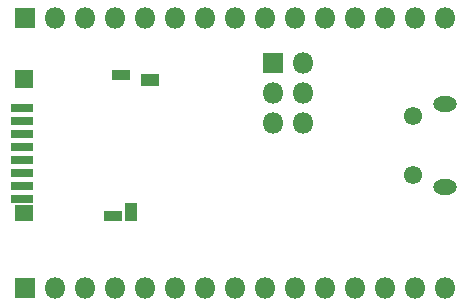
<source format=gbr>
%TF.GenerationSoftware,KiCad,Pcbnew,5.1.6+dfsg1-1*%
%TF.CreationDate,2020-06-20T18:18:21+08:00*%
%TF.ProjectId,stm32dev,73746d33-3264-4657-962e-6b696361645f,a*%
%TF.SameCoordinates,Original*%
%TF.FileFunction,Soldermask,Bot*%
%TF.FilePolarity,Negative*%
%FSLAX46Y46*%
G04 Gerber Fmt 4.6, Leading zero omitted, Abs format (unit mm)*
G04 Created by KiCad (PCBNEW 5.1.6+dfsg1-1) date 2020-06-20 18:18:21*
%MOMM*%
%LPD*%
G01*
G04 APERTURE LIST*
%ADD10O,1.800000X1.800000*%
%ADD11R,1.800000X1.800000*%
%ADD12R,1.650000X1.100000*%
%ADD13R,1.600000X1.600000*%
%ADD14R,1.850000X0.800000*%
%ADD15R,1.500000X0.900000*%
%ADD16R,1.100000X1.550000*%
%ADD17R,1.600000X0.900000*%
%ADD18R,1.600000X1.400000*%
%ADD19O,2.000000X1.300000*%
%ADD20C,1.550000*%
G04 APERTURE END LIST*
D10*
%TO.C,J5*%
X160655000Y-95250000D03*
X158115000Y-95250000D03*
X160655000Y-92710000D03*
X158115000Y-92710000D03*
X160655000Y-90170000D03*
D11*
X158115000Y-90170000D03*
%TD*%
D12*
%TO.C,J2*%
X147690000Y-91580000D03*
D13*
X137015000Y-91530000D03*
D14*
X136890000Y-93980000D03*
X136890000Y-95080000D03*
X136890000Y-96180000D03*
X136890000Y-97280000D03*
X136890000Y-98380000D03*
X136890000Y-99480000D03*
X136890000Y-100580000D03*
D15*
X145265000Y-91180000D03*
D16*
X146115000Y-102805000D03*
D17*
X144615000Y-103130000D03*
D18*
X137015000Y-102880000D03*
D14*
X136890000Y-101680000D03*
%TD*%
D10*
%TO.C,J4*%
X172720000Y-86360000D03*
X170180000Y-86360000D03*
X167640000Y-86360000D03*
X165100000Y-86360000D03*
X162560000Y-86360000D03*
X160020000Y-86360000D03*
X157480000Y-86360000D03*
X154940000Y-86360000D03*
X152400000Y-86360000D03*
X149860000Y-86360000D03*
X147320000Y-86360000D03*
X144780000Y-86360000D03*
X142240000Y-86360000D03*
X139700000Y-86360000D03*
D11*
X137160000Y-86360000D03*
%TD*%
D10*
%TO.C,J3*%
X172720000Y-109220000D03*
X170180000Y-109220000D03*
X167640000Y-109220000D03*
X165100000Y-109220000D03*
X162560000Y-109220000D03*
X160020000Y-109220000D03*
X157480000Y-109220000D03*
X154940000Y-109220000D03*
X152400000Y-109220000D03*
X149860000Y-109220000D03*
X147320000Y-109220000D03*
X144780000Y-109220000D03*
X142240000Y-109220000D03*
X139700000Y-109220000D03*
D11*
X137160000Y-109220000D03*
%TD*%
D19*
%TO.C,J1*%
X172687500Y-93655000D03*
X172687500Y-100655000D03*
D20*
X169987500Y-94655000D03*
X169987500Y-99655000D03*
%TD*%
M02*

</source>
